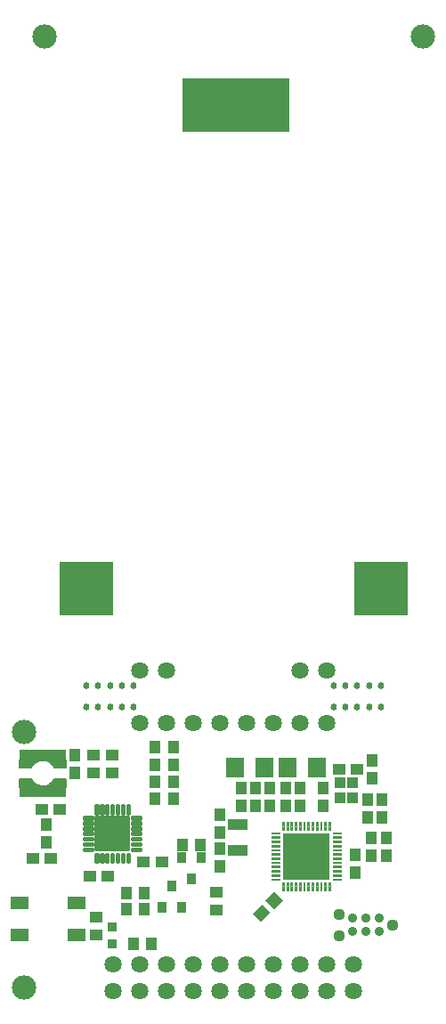
<source format=gts>
G75*
%MOIN*%
%OFA0B0*%
%FSLAX25Y25*%
%IPPOS*%
%LPD*%
%AMOC8*
5,1,8,0,0,1.08239X$1,22.5*
%
%ADD10C,0.09161*%
%ADD11C,0.02469*%
%ADD12R,0.04437X0.04831*%
%ADD13R,0.04831X0.04437*%
%ADD14R,0.17323X0.17323*%
%ADD15C,0.02681*%
%ADD16C,0.00394*%
%ADD17R,0.03937X0.04331*%
%ADD18C,0.00841*%
%ADD19C,0.01330*%
%ADD20R,0.17717X0.04114*%
%ADD21C,0.00630*%
%ADD22C,0.03598*%
%ADD23C,0.04402*%
%ADD24R,0.03650X0.03650*%
%ADD25R,0.06799X0.04831*%
%ADD26R,0.07587X0.04437*%
%ADD27C,0.06406*%
%ADD28R,0.06799X0.07587*%
%ADD29R,0.03650X0.04043*%
%ADD30R,0.39870X0.20185*%
%ADD31R,0.20185X0.20185*%
D10*
X0025784Y0009768D03*
X0025784Y0105437D03*
X0033264Y0365673D03*
X0174997Y0365673D03*
D11*
X0159249Y0122563D03*
X0154820Y0122563D03*
X0150390Y0122563D03*
X0145961Y0122563D03*
X0141532Y0122563D03*
X0141532Y0114689D03*
X0145961Y0114689D03*
X0150390Y0114689D03*
X0154820Y0114689D03*
X0159249Y0114689D03*
X0066729Y0114689D03*
X0062300Y0114689D03*
X0057871Y0114689D03*
X0053442Y0114689D03*
X0049012Y0114689D03*
X0049012Y0122563D03*
X0053442Y0122563D03*
X0057871Y0122563D03*
X0062300Y0122563D03*
X0066729Y0122563D03*
D12*
X0074800Y0099531D03*
X0074800Y0093035D03*
X0074800Y0086539D03*
X0074800Y0080240D03*
X0081493Y0080240D03*
X0081493Y0086539D03*
X0081493Y0093035D03*
X0081493Y0099531D03*
X0099052Y0074256D03*
X0099052Y0067563D03*
X0098973Y0061618D03*
X0098973Y0054925D03*
X0091631Y0063016D03*
X0084938Y0063016D03*
X0070568Y0045004D03*
X0070568Y0038902D03*
X0063875Y0038902D03*
X0063875Y0045004D03*
X0066760Y0026106D03*
X0073453Y0026106D03*
X0106965Y0077642D03*
X0106965Y0084335D03*
X0112241Y0084335D03*
X0112241Y0077642D03*
X0117477Y0077642D03*
X0117477Y0084335D03*
X0123540Y0084335D03*
X0123540Y0077642D03*
X0128973Y0077642D03*
X0128973Y0084335D03*
X0137477Y0084335D03*
X0137477Y0077642D03*
X0149564Y0059374D03*
X0149564Y0052681D03*
X0155745Y0058980D03*
X0155745Y0065673D03*
X0154327Y0073350D03*
X0154327Y0080043D03*
X0156099Y0087957D03*
X0156099Y0094650D03*
X0159800Y0080043D03*
X0159800Y0073350D03*
X0161453Y0065673D03*
X0161453Y0058980D03*
X0044682Y0089886D03*
X0044682Y0096579D03*
X0033855Y0070791D03*
X0033855Y0064098D03*
D13*
X0035627Y0057996D03*
X0028934Y0057996D03*
X0032280Y0076303D03*
X0038973Y0076303D03*
X0051572Y0089886D03*
X0051572Y0096579D03*
X0058658Y0096579D03*
X0058658Y0089886D03*
X0070469Y0056618D03*
X0077162Y0056618D03*
X0097635Y0045398D03*
X0097635Y0038705D03*
G36*
X0111284Y0037381D02*
X0114699Y0040796D01*
X0117836Y0037659D01*
X0114421Y0034244D01*
X0111284Y0037381D01*
G37*
G36*
X0116016Y0042113D02*
X0119431Y0045528D01*
X0122568Y0042391D01*
X0119153Y0038976D01*
X0116016Y0042113D01*
G37*
X0143698Y0091264D03*
X0150390Y0091264D03*
X0057083Y0051303D03*
X0050390Y0051303D03*
X0052556Y0035949D03*
X0052556Y0029256D03*
D14*
X0131296Y0058783D03*
D15*
X0133658Y0056421D03*
X0133658Y0051697D03*
X0128934Y0051697D03*
X0128934Y0056421D03*
X0128934Y0061146D03*
X0128934Y0065870D03*
X0133658Y0065870D03*
X0133658Y0061146D03*
X0138383Y0061146D03*
X0138383Y0056421D03*
X0138383Y0051697D03*
X0138383Y0065870D03*
X0124209Y0065870D03*
X0124209Y0061146D03*
X0124209Y0056421D03*
X0124209Y0051697D03*
D16*
X0121335Y0051748D02*
X0118422Y0051748D01*
X0118422Y0052012D02*
X0118422Y0051421D01*
X0121335Y0051421D01*
X0121335Y0052012D01*
X0118422Y0052012D01*
X0118422Y0052996D02*
X0118422Y0053587D01*
X0121335Y0053587D01*
X0121335Y0052996D01*
X0118422Y0052996D01*
X0118422Y0053317D02*
X0121335Y0053317D01*
X0121335Y0054571D02*
X0118422Y0054571D01*
X0118422Y0055161D01*
X0121335Y0055161D01*
X0121335Y0054571D01*
X0121335Y0054886D02*
X0118422Y0054886D01*
X0118422Y0056146D02*
X0118422Y0056736D01*
X0121335Y0056736D01*
X0121335Y0056146D01*
X0118422Y0056146D01*
X0118422Y0056454D02*
X0121335Y0056454D01*
X0121335Y0057720D02*
X0118422Y0057720D01*
X0118422Y0058311D01*
X0121335Y0058311D01*
X0121335Y0057720D01*
X0121335Y0058023D02*
X0118422Y0058023D01*
X0118422Y0059295D02*
X0118422Y0059886D01*
X0121335Y0059886D01*
X0121335Y0059295D01*
X0118422Y0059295D01*
X0118422Y0059592D02*
X0121335Y0059592D01*
X0121335Y0060870D02*
X0118422Y0060870D01*
X0118422Y0061461D01*
X0121335Y0061461D01*
X0121335Y0060870D01*
X0121335Y0061161D02*
X0118422Y0061161D01*
X0118422Y0062445D02*
X0118422Y0063035D01*
X0121335Y0063035D01*
X0121335Y0062445D01*
X0118422Y0062445D01*
X0118422Y0062730D02*
X0121335Y0062730D01*
X0121335Y0064020D02*
X0118422Y0064020D01*
X0118422Y0064610D01*
X0121335Y0064610D01*
X0121335Y0064020D01*
X0121335Y0064299D02*
X0118422Y0064299D01*
X0118422Y0065594D02*
X0118422Y0066185D01*
X0121335Y0066185D01*
X0121335Y0065594D01*
X0118422Y0065594D01*
X0118422Y0065867D02*
X0121335Y0065867D01*
X0121335Y0067169D02*
X0118422Y0067169D01*
X0118422Y0067760D01*
X0121335Y0067760D01*
X0121335Y0067169D01*
X0121335Y0067436D02*
X0118422Y0067436D01*
X0122320Y0068744D02*
X0122910Y0068744D01*
X0122910Y0071657D01*
X0122320Y0071657D01*
X0122320Y0068744D01*
X0122320Y0069005D02*
X0122910Y0069005D01*
X0122910Y0069397D02*
X0122320Y0069397D01*
X0122320Y0069790D02*
X0122910Y0069790D01*
X0122910Y0070182D02*
X0122320Y0070182D01*
X0122320Y0070574D02*
X0122910Y0070574D01*
X0122910Y0070966D02*
X0122320Y0070966D01*
X0122320Y0071358D02*
X0122910Y0071358D01*
X0123894Y0071358D02*
X0124485Y0071358D01*
X0124485Y0071657D02*
X0124485Y0068744D01*
X0123894Y0068744D01*
X0123894Y0071657D01*
X0124485Y0071657D01*
X0124485Y0070966D02*
X0123894Y0070966D01*
X0123894Y0070574D02*
X0124485Y0070574D01*
X0124485Y0070182D02*
X0123894Y0070182D01*
X0123894Y0069790D02*
X0124485Y0069790D01*
X0124485Y0069397D02*
X0123894Y0069397D01*
X0123894Y0069005D02*
X0124485Y0069005D01*
X0125469Y0069005D02*
X0126060Y0069005D01*
X0126060Y0068744D02*
X0126060Y0071657D01*
X0125469Y0071657D01*
X0125469Y0068744D01*
X0126060Y0068744D01*
X0126060Y0069397D02*
X0125469Y0069397D01*
X0125469Y0069790D02*
X0126060Y0069790D01*
X0126060Y0070182D02*
X0125469Y0070182D01*
X0125469Y0070574D02*
X0126060Y0070574D01*
X0126060Y0070966D02*
X0125469Y0070966D01*
X0125469Y0071358D02*
X0126060Y0071358D01*
X0127044Y0071358D02*
X0127635Y0071358D01*
X0127635Y0071657D02*
X0127635Y0068744D01*
X0127044Y0068744D01*
X0127044Y0071657D01*
X0127635Y0071657D01*
X0127635Y0070966D02*
X0127044Y0070966D01*
X0127044Y0070574D02*
X0127635Y0070574D01*
X0127635Y0070182D02*
X0127044Y0070182D01*
X0127044Y0069790D02*
X0127635Y0069790D01*
X0127635Y0069397D02*
X0127044Y0069397D01*
X0127044Y0069005D02*
X0127635Y0069005D01*
X0128619Y0069005D02*
X0129209Y0069005D01*
X0129209Y0068744D02*
X0129209Y0071657D01*
X0128619Y0071657D01*
X0128619Y0068744D01*
X0129209Y0068744D01*
X0129209Y0069397D02*
X0128619Y0069397D01*
X0128619Y0069790D02*
X0129209Y0069790D01*
X0129209Y0070182D02*
X0128619Y0070182D01*
X0128619Y0070574D02*
X0129209Y0070574D01*
X0129209Y0070966D02*
X0128619Y0070966D01*
X0128619Y0071358D02*
X0129209Y0071358D01*
X0130194Y0071358D02*
X0130784Y0071358D01*
X0130784Y0071657D02*
X0130784Y0068744D01*
X0130194Y0068744D01*
X0130194Y0071657D01*
X0130784Y0071657D01*
X0130784Y0070966D02*
X0130194Y0070966D01*
X0130194Y0070574D02*
X0130784Y0070574D01*
X0130784Y0070182D02*
X0130194Y0070182D01*
X0130194Y0069790D02*
X0130784Y0069790D01*
X0130784Y0069397D02*
X0130194Y0069397D01*
X0130194Y0069005D02*
X0130784Y0069005D01*
X0131768Y0069005D02*
X0132359Y0069005D01*
X0132359Y0068744D02*
X0132359Y0071657D01*
X0131768Y0071657D01*
X0131768Y0068744D01*
X0132359Y0068744D01*
X0132359Y0069397D02*
X0131768Y0069397D01*
X0131768Y0069790D02*
X0132359Y0069790D01*
X0132359Y0070182D02*
X0131768Y0070182D01*
X0131768Y0070574D02*
X0132359Y0070574D01*
X0132359Y0070966D02*
X0131768Y0070966D01*
X0131768Y0071358D02*
X0132359Y0071358D01*
X0133343Y0071358D02*
X0133934Y0071358D01*
X0133934Y0071657D02*
X0133934Y0068744D01*
X0133343Y0068744D01*
X0133343Y0071657D01*
X0133934Y0071657D01*
X0133934Y0070966D02*
X0133343Y0070966D01*
X0133343Y0070574D02*
X0133934Y0070574D01*
X0133934Y0070182D02*
X0133343Y0070182D01*
X0133343Y0069790D02*
X0133934Y0069790D01*
X0133934Y0069397D02*
X0133343Y0069397D01*
X0133343Y0069005D02*
X0133934Y0069005D01*
X0134918Y0069005D02*
X0135509Y0069005D01*
X0135509Y0068744D02*
X0135509Y0071657D01*
X0134918Y0071657D01*
X0134918Y0068744D01*
X0135509Y0068744D01*
X0135509Y0069397D02*
X0134918Y0069397D01*
X0134918Y0069790D02*
X0135509Y0069790D01*
X0135509Y0070182D02*
X0134918Y0070182D01*
X0134918Y0070574D02*
X0135509Y0070574D01*
X0135509Y0070966D02*
X0134918Y0070966D01*
X0134918Y0071358D02*
X0135509Y0071358D01*
X0136493Y0071358D02*
X0137083Y0071358D01*
X0137083Y0071657D02*
X0137083Y0068744D01*
X0136493Y0068744D01*
X0136493Y0071657D01*
X0137083Y0071657D01*
X0137083Y0070966D02*
X0136493Y0070966D01*
X0136493Y0070574D02*
X0137083Y0070574D01*
X0137083Y0070182D02*
X0136493Y0070182D01*
X0136493Y0069790D02*
X0137083Y0069790D01*
X0137083Y0069397D02*
X0136493Y0069397D01*
X0136493Y0069005D02*
X0137083Y0069005D01*
X0138068Y0069005D02*
X0138658Y0069005D01*
X0138658Y0068744D02*
X0138658Y0071657D01*
X0138068Y0071657D01*
X0138068Y0068744D01*
X0138658Y0068744D01*
X0138658Y0069397D02*
X0138068Y0069397D01*
X0138068Y0069790D02*
X0138658Y0069790D01*
X0138658Y0070182D02*
X0138068Y0070182D01*
X0138068Y0070574D02*
X0138658Y0070574D01*
X0138658Y0070966D02*
X0138068Y0070966D01*
X0138068Y0071358D02*
X0138658Y0071358D01*
X0139642Y0071358D02*
X0140233Y0071358D01*
X0140233Y0071657D02*
X0140233Y0068744D01*
X0139642Y0068744D01*
X0139642Y0071657D01*
X0140233Y0071657D01*
X0140233Y0070966D02*
X0139642Y0070966D01*
X0139642Y0070574D02*
X0140233Y0070574D01*
X0140233Y0070182D02*
X0139642Y0070182D01*
X0139642Y0069790D02*
X0140233Y0069790D01*
X0140233Y0069397D02*
X0139642Y0069397D01*
X0139642Y0069005D02*
X0140233Y0069005D01*
X0141257Y0067760D02*
X0141257Y0067169D01*
X0144170Y0067169D01*
X0144170Y0067760D01*
X0141257Y0067760D01*
X0141257Y0067436D02*
X0144170Y0067436D01*
X0144170Y0066185D02*
X0144170Y0065594D01*
X0141257Y0065594D01*
X0141257Y0066185D01*
X0144170Y0066185D01*
X0144170Y0065867D02*
X0141257Y0065867D01*
X0141257Y0064610D02*
X0141257Y0064020D01*
X0144170Y0064020D01*
X0144170Y0064610D01*
X0141257Y0064610D01*
X0141257Y0064299D02*
X0144170Y0064299D01*
X0144170Y0063035D02*
X0144170Y0062445D01*
X0141257Y0062445D01*
X0141257Y0063035D01*
X0144170Y0063035D01*
X0144170Y0062730D02*
X0141257Y0062730D01*
X0141257Y0061461D02*
X0141257Y0060870D01*
X0144170Y0060870D01*
X0144170Y0061461D01*
X0141257Y0061461D01*
X0141257Y0061161D02*
X0144170Y0061161D01*
X0144170Y0059886D02*
X0144170Y0059295D01*
X0141257Y0059295D01*
X0141257Y0059886D01*
X0144170Y0059886D01*
X0144170Y0059592D02*
X0141257Y0059592D01*
X0141257Y0058311D02*
X0141257Y0057720D01*
X0144170Y0057720D01*
X0144170Y0058311D01*
X0141257Y0058311D01*
X0141257Y0058023D02*
X0144170Y0058023D01*
X0144170Y0056736D02*
X0144170Y0056146D01*
X0141257Y0056146D01*
X0141257Y0056736D01*
X0144170Y0056736D01*
X0144170Y0056454D02*
X0141257Y0056454D01*
X0141257Y0055161D02*
X0141257Y0054571D01*
X0144170Y0054571D01*
X0144170Y0055161D01*
X0141257Y0055161D01*
X0141257Y0054886D02*
X0144170Y0054886D01*
X0144170Y0053587D02*
X0144170Y0052996D01*
X0141257Y0052996D01*
X0141257Y0053587D01*
X0144170Y0053587D01*
X0144170Y0053317D02*
X0141257Y0053317D01*
X0141257Y0052012D02*
X0141257Y0051421D01*
X0144170Y0051421D01*
X0144170Y0052012D01*
X0141257Y0052012D01*
X0141257Y0051748D02*
X0144170Y0051748D01*
X0144170Y0050437D02*
X0144170Y0049846D01*
X0141257Y0049846D01*
X0141257Y0050437D01*
X0144170Y0050437D01*
X0144170Y0050179D02*
X0141257Y0050179D01*
X0140233Y0048823D02*
X0139642Y0048823D01*
X0139642Y0045909D01*
X0140233Y0045909D01*
X0140233Y0048823D01*
X0140233Y0048610D02*
X0139642Y0048610D01*
X0139642Y0048218D02*
X0140233Y0048218D01*
X0140233Y0047826D02*
X0139642Y0047826D01*
X0139642Y0047433D02*
X0140233Y0047433D01*
X0140233Y0047041D02*
X0139642Y0047041D01*
X0139642Y0046649D02*
X0140233Y0046649D01*
X0140233Y0046257D02*
X0139642Y0046257D01*
X0138658Y0046257D02*
X0138068Y0046257D01*
X0138068Y0045909D02*
X0138068Y0048823D01*
X0138658Y0048823D01*
X0138658Y0045909D01*
X0138068Y0045909D01*
X0138068Y0046649D02*
X0138658Y0046649D01*
X0138658Y0047041D02*
X0138068Y0047041D01*
X0138068Y0047433D02*
X0138658Y0047433D01*
X0138658Y0047826D02*
X0138068Y0047826D01*
X0138068Y0048218D02*
X0138658Y0048218D01*
X0138658Y0048610D02*
X0138068Y0048610D01*
X0137083Y0048610D02*
X0136493Y0048610D01*
X0136493Y0048823D02*
X0137083Y0048823D01*
X0137083Y0045909D01*
X0136493Y0045909D01*
X0136493Y0048823D01*
X0136493Y0048218D02*
X0137083Y0048218D01*
X0137083Y0047826D02*
X0136493Y0047826D01*
X0136493Y0047433D02*
X0137083Y0047433D01*
X0137083Y0047041D02*
X0136493Y0047041D01*
X0136493Y0046649D02*
X0137083Y0046649D01*
X0137083Y0046257D02*
X0136493Y0046257D01*
X0135509Y0046257D02*
X0134918Y0046257D01*
X0134918Y0045909D02*
X0134918Y0048823D01*
X0135509Y0048823D01*
X0135509Y0045909D01*
X0134918Y0045909D01*
X0134918Y0046649D02*
X0135509Y0046649D01*
X0135509Y0047041D02*
X0134918Y0047041D01*
X0134918Y0047433D02*
X0135509Y0047433D01*
X0135509Y0047826D02*
X0134918Y0047826D01*
X0134918Y0048218D02*
X0135509Y0048218D01*
X0135509Y0048610D02*
X0134918Y0048610D01*
X0133934Y0048610D02*
X0133343Y0048610D01*
X0133343Y0048823D02*
X0133934Y0048823D01*
X0133934Y0045909D01*
X0133343Y0045909D01*
X0133343Y0048823D01*
X0133343Y0048218D02*
X0133934Y0048218D01*
X0133934Y0047826D02*
X0133343Y0047826D01*
X0133343Y0047433D02*
X0133934Y0047433D01*
X0133934Y0047041D02*
X0133343Y0047041D01*
X0133343Y0046649D02*
X0133934Y0046649D01*
X0133934Y0046257D02*
X0133343Y0046257D01*
X0132359Y0046257D02*
X0131768Y0046257D01*
X0131768Y0045909D02*
X0131768Y0048823D01*
X0132359Y0048823D01*
X0132359Y0045909D01*
X0131768Y0045909D01*
X0131768Y0046649D02*
X0132359Y0046649D01*
X0132359Y0047041D02*
X0131768Y0047041D01*
X0131768Y0047433D02*
X0132359Y0047433D01*
X0132359Y0047826D02*
X0131768Y0047826D01*
X0131768Y0048218D02*
X0132359Y0048218D01*
X0132359Y0048610D02*
X0131768Y0048610D01*
X0130784Y0048610D02*
X0130194Y0048610D01*
X0130194Y0048823D02*
X0130784Y0048823D01*
X0130784Y0045909D01*
X0130194Y0045909D01*
X0130194Y0048823D01*
X0130194Y0048218D02*
X0130784Y0048218D01*
X0130784Y0047826D02*
X0130194Y0047826D01*
X0130194Y0047433D02*
X0130784Y0047433D01*
X0130784Y0047041D02*
X0130194Y0047041D01*
X0130194Y0046649D02*
X0130784Y0046649D01*
X0130784Y0046257D02*
X0130194Y0046257D01*
X0129209Y0046257D02*
X0128619Y0046257D01*
X0128619Y0045909D02*
X0128619Y0048823D01*
X0129209Y0048823D01*
X0129209Y0045909D01*
X0128619Y0045909D01*
X0128619Y0046649D02*
X0129209Y0046649D01*
X0129209Y0047041D02*
X0128619Y0047041D01*
X0128619Y0047433D02*
X0129209Y0047433D01*
X0129209Y0047826D02*
X0128619Y0047826D01*
X0128619Y0048218D02*
X0129209Y0048218D01*
X0129209Y0048610D02*
X0128619Y0048610D01*
X0127635Y0048610D02*
X0127044Y0048610D01*
X0127044Y0048823D02*
X0127635Y0048823D01*
X0127635Y0045909D01*
X0127044Y0045909D01*
X0127044Y0048823D01*
X0127044Y0048218D02*
X0127635Y0048218D01*
X0127635Y0047826D02*
X0127044Y0047826D01*
X0127044Y0047433D02*
X0127635Y0047433D01*
X0127635Y0047041D02*
X0127044Y0047041D01*
X0127044Y0046649D02*
X0127635Y0046649D01*
X0127635Y0046257D02*
X0127044Y0046257D01*
X0126060Y0046257D02*
X0125469Y0046257D01*
X0125469Y0045909D02*
X0125469Y0048823D01*
X0126060Y0048823D01*
X0126060Y0045909D01*
X0125469Y0045909D01*
X0125469Y0046649D02*
X0126060Y0046649D01*
X0126060Y0047041D02*
X0125469Y0047041D01*
X0125469Y0047433D02*
X0126060Y0047433D01*
X0126060Y0047826D02*
X0125469Y0047826D01*
X0125469Y0048218D02*
X0126060Y0048218D01*
X0126060Y0048610D02*
X0125469Y0048610D01*
X0124485Y0048610D02*
X0123894Y0048610D01*
X0123894Y0048823D02*
X0124485Y0048823D01*
X0124485Y0045909D01*
X0123894Y0045909D01*
X0123894Y0048823D01*
X0123894Y0048218D02*
X0124485Y0048218D01*
X0124485Y0047826D02*
X0123894Y0047826D01*
X0123894Y0047433D02*
X0124485Y0047433D01*
X0124485Y0047041D02*
X0123894Y0047041D01*
X0123894Y0046649D02*
X0124485Y0046649D01*
X0124485Y0046257D02*
X0123894Y0046257D01*
X0122910Y0046257D02*
X0122320Y0046257D01*
X0122320Y0045909D02*
X0122320Y0048823D01*
X0122910Y0048823D01*
X0122910Y0045909D01*
X0122320Y0045909D01*
X0122320Y0046649D02*
X0122910Y0046649D01*
X0122910Y0047041D02*
X0122320Y0047041D01*
X0122320Y0047433D02*
X0122910Y0047433D01*
X0122910Y0047826D02*
X0122320Y0047826D01*
X0122320Y0048218D02*
X0122910Y0048218D01*
X0122910Y0048610D02*
X0122320Y0048610D01*
X0121335Y0049846D02*
X0118422Y0049846D01*
X0118422Y0050437D01*
X0121335Y0050437D01*
X0121335Y0049846D01*
X0121335Y0050179D02*
X0118422Y0050179D01*
D17*
X0143953Y0080535D03*
X0143953Y0086244D03*
X0148481Y0086244D03*
X0148481Y0080535D03*
D18*
X0069314Y0073574D02*
X0066112Y0073574D01*
X0069314Y0073574D02*
X0069314Y0072734D01*
X0066112Y0072734D01*
X0066112Y0073574D01*
X0069314Y0073574D01*
X0069314Y0071605D02*
X0066112Y0071605D01*
X0069314Y0071605D02*
X0069314Y0070765D01*
X0066112Y0070765D01*
X0066112Y0071605D01*
X0069314Y0071605D01*
X0069314Y0069637D02*
X0066112Y0069637D01*
X0069314Y0069637D02*
X0069314Y0068797D01*
X0066112Y0068797D01*
X0066112Y0069637D01*
X0069314Y0069637D01*
X0069314Y0067668D02*
X0066112Y0067668D01*
X0069314Y0067668D02*
X0069314Y0066828D01*
X0066112Y0066828D01*
X0066112Y0067668D01*
X0069314Y0067668D01*
X0069314Y0065700D02*
X0066112Y0065700D01*
X0069314Y0065700D02*
X0069314Y0064860D01*
X0066112Y0064860D01*
X0066112Y0065700D01*
X0069314Y0065700D01*
X0069314Y0063731D02*
X0066112Y0063731D01*
X0069314Y0063731D02*
X0069314Y0062891D01*
X0066112Y0062891D01*
X0066112Y0063731D01*
X0069314Y0063731D01*
X0069314Y0061763D02*
X0066112Y0061763D01*
X0069314Y0061763D02*
X0069314Y0060923D01*
X0066112Y0060923D01*
X0066112Y0061763D01*
X0069314Y0061763D01*
X0064984Y0059794D02*
X0064984Y0056592D01*
X0064144Y0056592D01*
X0064144Y0059794D01*
X0064984Y0059794D01*
X0064984Y0057432D02*
X0064144Y0057432D01*
X0064144Y0058272D02*
X0064984Y0058272D01*
X0064984Y0059112D02*
X0064144Y0059112D01*
X0063015Y0059794D02*
X0063015Y0056592D01*
X0062175Y0056592D01*
X0062175Y0059794D01*
X0063015Y0059794D01*
X0063015Y0057432D02*
X0062175Y0057432D01*
X0062175Y0058272D02*
X0063015Y0058272D01*
X0063015Y0059112D02*
X0062175Y0059112D01*
X0061047Y0059794D02*
X0061047Y0056592D01*
X0060207Y0056592D01*
X0060207Y0059794D01*
X0061047Y0059794D01*
X0061047Y0057432D02*
X0060207Y0057432D01*
X0060207Y0058272D02*
X0061047Y0058272D01*
X0061047Y0059112D02*
X0060207Y0059112D01*
X0059078Y0059794D02*
X0059078Y0056592D01*
X0058238Y0056592D01*
X0058238Y0059794D01*
X0059078Y0059794D01*
X0059078Y0057432D02*
X0058238Y0057432D01*
X0058238Y0058272D02*
X0059078Y0058272D01*
X0059078Y0059112D02*
X0058238Y0059112D01*
X0057110Y0059794D02*
X0057110Y0056592D01*
X0056270Y0056592D01*
X0056270Y0059794D01*
X0057110Y0059794D01*
X0057110Y0057432D02*
X0056270Y0057432D01*
X0056270Y0058272D02*
X0057110Y0058272D01*
X0057110Y0059112D02*
X0056270Y0059112D01*
X0055141Y0059794D02*
X0055141Y0056592D01*
X0054301Y0056592D01*
X0054301Y0059794D01*
X0055141Y0059794D01*
X0055141Y0057432D02*
X0054301Y0057432D01*
X0054301Y0058272D02*
X0055141Y0058272D01*
X0055141Y0059112D02*
X0054301Y0059112D01*
X0053173Y0059794D02*
X0053173Y0056592D01*
X0052333Y0056592D01*
X0052333Y0059794D01*
X0053173Y0059794D01*
X0053173Y0057432D02*
X0052333Y0057432D01*
X0052333Y0058272D02*
X0053173Y0058272D01*
X0053173Y0059112D02*
X0052333Y0059112D01*
X0051204Y0060923D02*
X0048002Y0060923D01*
X0048002Y0061763D01*
X0051204Y0061763D01*
X0051204Y0060923D01*
X0051204Y0061763D02*
X0048002Y0061763D01*
X0048002Y0062891D02*
X0051204Y0062891D01*
X0048002Y0062891D02*
X0048002Y0063731D01*
X0051204Y0063731D01*
X0051204Y0062891D01*
X0051204Y0063731D02*
X0048002Y0063731D01*
X0048002Y0064860D02*
X0051204Y0064860D01*
X0048002Y0064860D02*
X0048002Y0065700D01*
X0051204Y0065700D01*
X0051204Y0064860D01*
X0051204Y0065700D02*
X0048002Y0065700D01*
X0048002Y0066828D02*
X0051204Y0066828D01*
X0048002Y0066828D02*
X0048002Y0067668D01*
X0051204Y0067668D01*
X0051204Y0066828D01*
X0051204Y0067668D02*
X0048002Y0067668D01*
X0048002Y0068797D02*
X0051204Y0068797D01*
X0048002Y0068797D02*
X0048002Y0069637D01*
X0051204Y0069637D01*
X0051204Y0068797D01*
X0051204Y0069637D02*
X0048002Y0069637D01*
X0048002Y0070765D02*
X0051204Y0070765D01*
X0048002Y0070765D02*
X0048002Y0071605D01*
X0051204Y0071605D01*
X0051204Y0070765D01*
X0051204Y0071605D02*
X0048002Y0071605D01*
X0048002Y0072734D02*
X0051204Y0072734D01*
X0048002Y0072734D02*
X0048002Y0073574D01*
X0051204Y0073574D01*
X0051204Y0072734D01*
X0051204Y0073574D02*
X0048002Y0073574D01*
X0052333Y0074702D02*
X0052333Y0077904D01*
X0053173Y0077904D01*
X0053173Y0074702D01*
X0052333Y0074702D01*
X0052333Y0075542D02*
X0053173Y0075542D01*
X0053173Y0076382D02*
X0052333Y0076382D01*
X0052333Y0077222D02*
X0053173Y0077222D01*
X0054301Y0077904D02*
X0054301Y0074702D01*
X0054301Y0077904D02*
X0055141Y0077904D01*
X0055141Y0074702D01*
X0054301Y0074702D01*
X0054301Y0075542D02*
X0055141Y0075542D01*
X0055141Y0076382D02*
X0054301Y0076382D01*
X0054301Y0077222D02*
X0055141Y0077222D01*
X0056270Y0077904D02*
X0056270Y0074702D01*
X0056270Y0077904D02*
X0057110Y0077904D01*
X0057110Y0074702D01*
X0056270Y0074702D01*
X0056270Y0075542D02*
X0057110Y0075542D01*
X0057110Y0076382D02*
X0056270Y0076382D01*
X0056270Y0077222D02*
X0057110Y0077222D01*
X0058238Y0077904D02*
X0058238Y0074702D01*
X0058238Y0077904D02*
X0059078Y0077904D01*
X0059078Y0074702D01*
X0058238Y0074702D01*
X0058238Y0075542D02*
X0059078Y0075542D01*
X0059078Y0076382D02*
X0058238Y0076382D01*
X0058238Y0077222D02*
X0059078Y0077222D01*
X0060207Y0077904D02*
X0060207Y0074702D01*
X0060207Y0077904D02*
X0061047Y0077904D01*
X0061047Y0074702D01*
X0060207Y0074702D01*
X0060207Y0075542D02*
X0061047Y0075542D01*
X0061047Y0076382D02*
X0060207Y0076382D01*
X0060207Y0077222D02*
X0061047Y0077222D01*
X0062175Y0077904D02*
X0062175Y0074702D01*
X0062175Y0077904D02*
X0063015Y0077904D01*
X0063015Y0074702D01*
X0062175Y0074702D01*
X0062175Y0075542D02*
X0063015Y0075542D01*
X0063015Y0076382D02*
X0062175Y0076382D01*
X0062175Y0077222D02*
X0063015Y0077222D01*
X0064144Y0077904D02*
X0064144Y0074702D01*
X0064144Y0077904D02*
X0064984Y0077904D01*
X0064984Y0074702D01*
X0064144Y0074702D01*
X0064144Y0075542D02*
X0064984Y0075542D01*
X0064984Y0076382D02*
X0064144Y0076382D01*
X0064144Y0077222D02*
X0064984Y0077222D01*
D19*
X0064640Y0061266D02*
X0052676Y0061266D01*
X0052676Y0073230D01*
X0064640Y0073230D01*
X0064640Y0061266D01*
X0064640Y0062595D02*
X0052676Y0062595D01*
X0052676Y0063924D02*
X0064640Y0063924D01*
X0064640Y0065253D02*
X0052676Y0065253D01*
X0052676Y0066582D02*
X0064640Y0066582D01*
X0064640Y0067911D02*
X0052676Y0067911D01*
X0052676Y0069240D02*
X0064640Y0069240D01*
X0064640Y0070569D02*
X0052676Y0070569D01*
X0052676Y0071898D02*
X0064640Y0071898D01*
X0064640Y0073227D02*
X0052676Y0073227D01*
D20*
X0032674Y0083085D03*
X0032674Y0096549D03*
D21*
X0033009Y0094807D02*
X0032162Y0094807D01*
X0031394Y0094650D01*
X0031001Y0094472D01*
X0030627Y0094295D01*
X0030331Y0094138D01*
X0030154Y0094020D01*
X0029898Y0093843D01*
X0029623Y0093626D01*
X0029308Y0093350D01*
X0029072Y0093114D01*
X0028835Y0092819D01*
X0028619Y0092504D01*
X0028461Y0092287D01*
X0028304Y0091972D01*
X0024131Y0091972D01*
X0024131Y0095004D01*
X0041217Y0095004D01*
X0041217Y0091972D01*
X0037083Y0091972D01*
X0036906Y0092268D01*
X0036768Y0092524D01*
X0036631Y0092720D01*
X0036316Y0093114D01*
X0036079Y0093370D01*
X0035627Y0093783D01*
X0035174Y0094079D01*
X0034721Y0094295D01*
X0034072Y0094551D01*
X0033678Y0094669D01*
X0033107Y0094787D01*
X0033009Y0094807D01*
X0034509Y0094379D02*
X0041217Y0094379D01*
X0041217Y0093750D02*
X0035663Y0093750D01*
X0036308Y0093122D02*
X0041217Y0093122D01*
X0041217Y0092494D02*
X0036785Y0092494D01*
X0037044Y0087799D02*
X0041217Y0087799D01*
X0041217Y0084768D01*
X0024131Y0084768D01*
X0024131Y0087799D01*
X0028264Y0087799D01*
X0028442Y0087504D01*
X0028579Y0087248D01*
X0028717Y0087051D01*
X0029032Y0086657D01*
X0029268Y0086402D01*
X0029721Y0085988D01*
X0030174Y0085693D01*
X0030627Y0085476D01*
X0031276Y0085220D01*
X0031670Y0085102D01*
X0032241Y0084984D01*
X0032339Y0084965D01*
X0033186Y0084965D01*
X0033953Y0085122D01*
X0034347Y0085299D01*
X0034721Y0085476D01*
X0035016Y0085634D01*
X0035194Y0085752D01*
X0035449Y0085929D01*
X0035725Y0086146D01*
X0036040Y0086421D01*
X0036276Y0086657D01*
X0036512Y0086953D01*
X0036729Y0087268D01*
X0036886Y0087484D01*
X0037044Y0087799D01*
X0036873Y0087466D02*
X0041217Y0087466D01*
X0041217Y0086838D02*
X0036420Y0086838D01*
X0035798Y0086209D02*
X0041217Y0086209D01*
X0041217Y0085581D02*
X0034917Y0085581D01*
X0030803Y0094379D02*
X0024131Y0094379D01*
X0024131Y0093750D02*
X0029781Y0093750D01*
X0029079Y0093122D02*
X0024131Y0093122D01*
X0024131Y0092494D02*
X0028611Y0092494D01*
X0028462Y0087466D02*
X0024131Y0087466D01*
X0024131Y0086838D02*
X0028888Y0086838D01*
X0029479Y0086209D02*
X0024131Y0086209D01*
X0024131Y0085581D02*
X0030408Y0085581D01*
X0024131Y0084952D02*
X0041217Y0084952D01*
D22*
X0148737Y0035496D03*
X0148737Y0030496D03*
X0153737Y0030496D03*
X0158737Y0030496D03*
X0158737Y0035496D03*
X0153737Y0035496D03*
D23*
X0163737Y0032996D03*
X0143737Y0028996D03*
X0143737Y0036996D03*
D24*
X0058658Y0032307D03*
X0058658Y0025811D03*
D25*
X0024012Y0029256D03*
X0024012Y0041461D03*
X0045272Y0041461D03*
X0045272Y0029256D03*
D26*
X0105548Y0060949D03*
X0105548Y0070791D03*
D27*
X0109131Y0108783D03*
X0099131Y0108783D03*
X0089131Y0108783D03*
X0079131Y0108783D03*
X0069131Y0108783D03*
X0069131Y0128469D03*
X0079131Y0128469D03*
X0119131Y0108783D03*
X0129131Y0108783D03*
X0139131Y0108783D03*
X0139131Y0128469D03*
X0129131Y0128469D03*
X0129131Y0018311D03*
X0129131Y0008311D03*
X0139131Y0008311D03*
X0139131Y0018311D03*
X0149131Y0018311D03*
X0149131Y0008311D03*
X0119131Y0008311D03*
X0119131Y0018311D03*
X0109131Y0018311D03*
X0109131Y0008311D03*
X0099131Y0008311D03*
X0099131Y0018311D03*
X0089131Y0018311D03*
X0089131Y0008311D03*
X0079131Y0008311D03*
X0079131Y0018311D03*
X0069131Y0018311D03*
X0069131Y0008311D03*
X0059131Y0008311D03*
X0059131Y0018311D03*
D28*
X0104524Y0092051D03*
X0115548Y0092051D03*
X0124209Y0092051D03*
X0135233Y0092051D03*
D29*
X0092123Y0058193D03*
X0088383Y0050319D03*
X0084642Y0058193D03*
X0080902Y0047563D03*
X0077162Y0039689D03*
X0084642Y0039689D03*
D30*
X0105115Y0340083D03*
D31*
X0159249Y0158980D03*
X0049012Y0158980D03*
M02*

</source>
